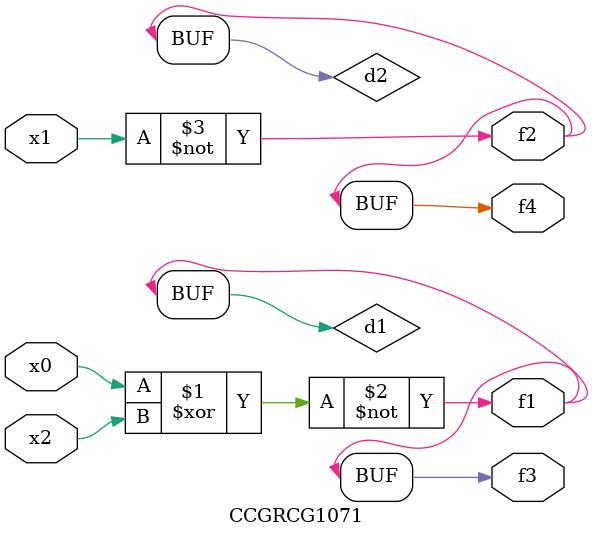
<source format=v>
module CCGRCG1071(
	input x0, x1, x2,
	output f1, f2, f3, f4
);

	wire d1, d2, d3;

	xnor (d1, x0, x2);
	nand (d2, x1);
	nor (d3, x1, x2);
	assign f1 = d1;
	assign f2 = d2;
	assign f3 = d1;
	assign f4 = d2;
endmodule

</source>
